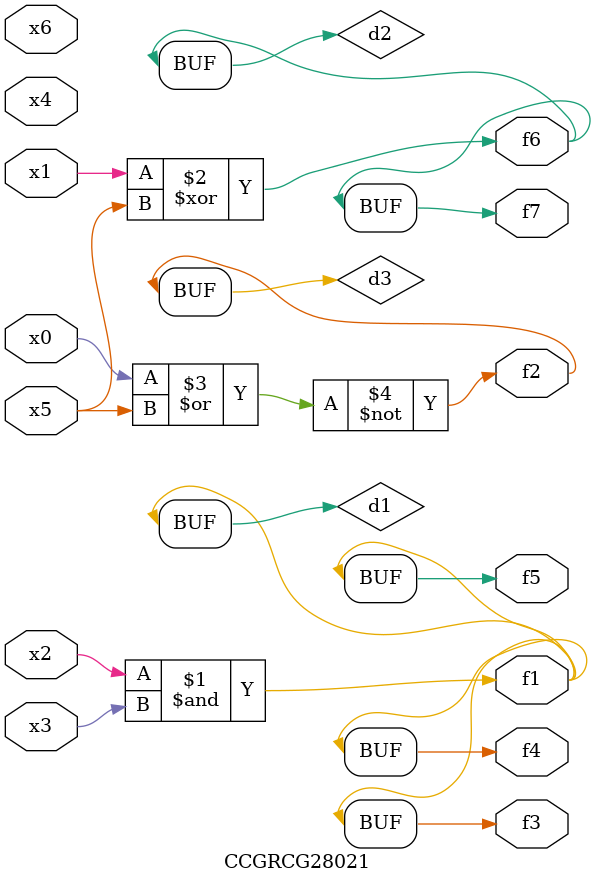
<source format=v>
module CCGRCG28021(
	input x0, x1, x2, x3, x4, x5, x6,
	output f1, f2, f3, f4, f5, f6, f7
);

	wire d1, d2, d3;

	and (d1, x2, x3);
	xor (d2, x1, x5);
	nor (d3, x0, x5);
	assign f1 = d1;
	assign f2 = d3;
	assign f3 = d1;
	assign f4 = d1;
	assign f5 = d1;
	assign f6 = d2;
	assign f7 = d2;
endmodule

</source>
